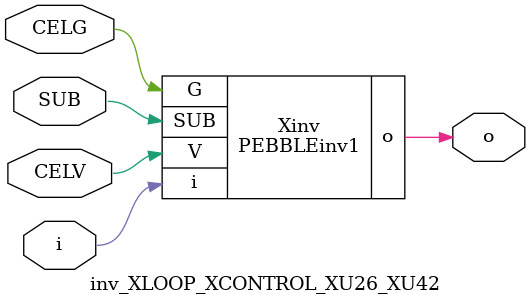
<source format=v>



module PEBBLEinv1 ( o, G, SUB, V, i );

  input V;
  input i;
  input G;
  output o;
  input SUB;
endmodule

//Celera Confidential Do Not Copy inv_XLOOP_XCONTROL_XU26_XU42
//Celera Confidential Symbol Generator
//5V Inverter
module inv_XLOOP_XCONTROL_XU26_XU42 (CELV,CELG,i,o,SUB);
input CELV;
input CELG;
input i;
input SUB;
output o;

//Celera Confidential Do Not Copy inv
PEBBLEinv1 Xinv(
.V (CELV),
.i (i),
.o (o),
.SUB (SUB),
.G (CELG)
);
//,diesize,PEBBLEinv1

//Celera Confidential Do Not Copy Module End
//Celera Schematic Generator
endmodule

</source>
